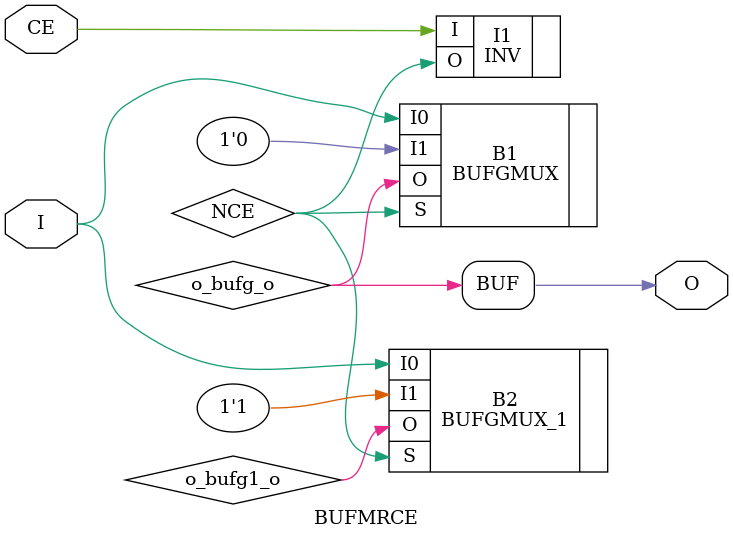
<source format=v>

`timescale 1 ps / 1 ps 

module BUFMRCE (
  O,

  CE,
  I
);

  parameter CE_TYPE = "SYNC";
  parameter integer INIT_OUT = 0;


  output O;

  input CE;
  input I;

  wire   NCE, o_bufg_o, o_bufg1_o;

  BUFGMUX #(.CLK_SEL_TYPE(CE_TYPE))
      B1 (.I0(I),
        .I1(1'b0),
        .O(o_bufg_o),
        .S(NCE));


    INV I1 (.I(CE),
        .O(NCE));

    BUFGMUX_1 #(.CLK_SEL_TYPE(CE_TYPE))
     B2 (.I0(I),
        .I1(1'b1),
        .O(o_bufg1_o),
        .S(NCE));

    assign O = (INIT_OUT == 1) ? o_bufg1_o : o_bufg_o;


endmodule

</source>
